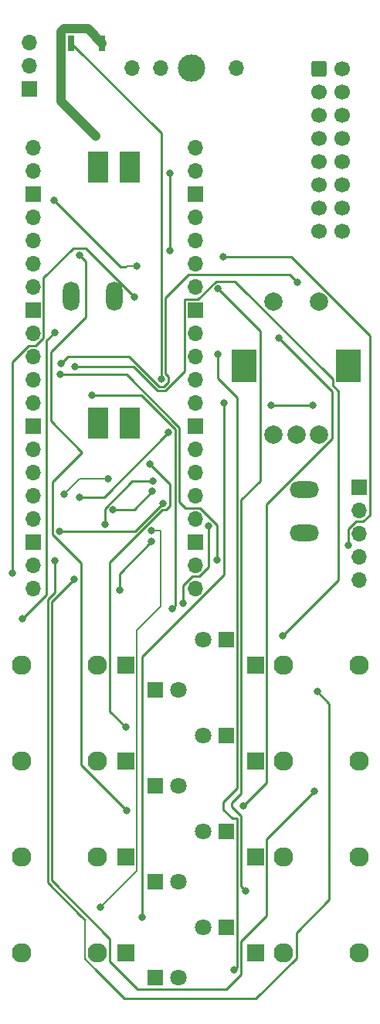
<source format=gbr>
%TF.GenerationSoftware,KiCad,Pcbnew,6.0.2+dfsg-1*%
%TF.CreationDate,2023-09-09T19:36:37+01:00*%
%TF.ProjectId,useq,75736571-2e6b-4696-9361-645f70636258,rev?*%
%TF.SameCoordinates,Original*%
%TF.FileFunction,Copper,L2,Bot*%
%TF.FilePolarity,Positive*%
%FSLAX46Y46*%
G04 Gerber Fmt 4.6, Leading zero omitted, Abs format (unit mm)*
G04 Created by KiCad (PCBNEW 6.0.2+dfsg-1) date 2023-09-09 19:36:37*
%MOMM*%
%LPD*%
G01*
G04 APERTURE LIST*
G04 Aperture macros list*
%AMRoundRect*
0 Rectangle with rounded corners*
0 $1 Rounding radius*
0 $2 $3 $4 $5 $6 $7 $8 $9 X,Y pos of 4 corners*
0 Add a 4 corners polygon primitive as box body*
4,1,4,$2,$3,$4,$5,$6,$7,$8,$9,$2,$3,0*
0 Add four circle primitives for the rounded corners*
1,1,$1+$1,$2,$3*
1,1,$1+$1,$4,$5*
1,1,$1+$1,$6,$7*
1,1,$1+$1,$8,$9*
0 Add four rect primitives between the rounded corners*
20,1,$1+$1,$2,$3,$4,$5,0*
20,1,$1+$1,$4,$5,$6,$7,0*
20,1,$1+$1,$6,$7,$8,$9,0*
20,1,$1+$1,$8,$9,$2,$3,0*%
G04 Aperture macros list end*
%TA.AperFunction,ComponentPad*%
%ADD10O,1.700000X1.700000*%
%TD*%
%TA.AperFunction,ComponentPad*%
%ADD11R,1.700000X1.700000*%
%TD*%
%TA.AperFunction,ComponentPad*%
%ADD12RoundRect,0.250000X-0.600000X-0.600000X0.600000X-0.600000X0.600000X0.600000X-0.600000X0.600000X0*%
%TD*%
%TA.AperFunction,ComponentPad*%
%ADD13C,1.700000*%
%TD*%
%TA.AperFunction,ComponentPad*%
%ADD14O,3.200000X1.800000*%
%TD*%
%TA.AperFunction,ComponentPad*%
%ADD15R,2.200000X3.400000*%
%TD*%
%TA.AperFunction,ComponentPad*%
%ADD16R,1.800000X1.800000*%
%TD*%
%TA.AperFunction,ComponentPad*%
%ADD17C,1.800000*%
%TD*%
%TA.AperFunction,SMDPad,CuDef*%
%ADD18R,0.800000X1.700000*%
%TD*%
%TA.AperFunction,ComponentPad*%
%ADD19R,1.830000X1.930000*%
%TD*%
%TA.AperFunction,ComponentPad*%
%ADD20C,2.130000*%
%TD*%
%TA.AperFunction,ComponentPad*%
%ADD21C,3.000000*%
%TD*%
%TA.AperFunction,ComponentPad*%
%ADD22C,2.000000*%
%TD*%
%TA.AperFunction,ComponentPad*%
%ADD23R,2.800000X3.600000*%
%TD*%
%TA.AperFunction,ComponentPad*%
%ADD24O,1.800000X3.200000*%
%TD*%
%TA.AperFunction,ViaPad*%
%ADD25C,0.800000*%
%TD*%
%TA.AperFunction,Conductor*%
%ADD26C,0.250000*%
%TD*%
%TA.AperFunction,Conductor*%
%ADD27C,1.000000*%
%TD*%
%TA.AperFunction,Conductor*%
%ADD28C,0.200000*%
%TD*%
G04 APERTURE END LIST*
D10*
%TO.P,U1,1,GPIO0*%
%TO.N,Net-(J11-Pad2)*%
X148610000Y-34370000D03*
%TO.P,U1,2,GPIO1*%
%TO.N,Net-(J11-Pad1)*%
X148610000Y-36910000D03*
D11*
%TO.P,U1,3,GND*%
%TO.N,unconnected-(U1-Pad3)*%
X148610000Y-39450000D03*
D10*
%TO.P,U1,4,GPIO2*%
%TO.N,Net-(R10-Pad1)*%
X148610000Y-41990000D03*
%TO.P,U1,5,GPIO3*%
%TO.N,Net-(R9-Pad1)*%
X148610000Y-44530000D03*
%TO.P,U1,6,GPIO4*%
%TO.N,Net-(R8-Pad1)*%
X148610000Y-47070000D03*
%TO.P,U1,7,GPIO5*%
%TO.N,Net-(R7-Pad1)*%
X148610000Y-49610000D03*
D11*
%TO.P,U1,8,GND*%
%TO.N,unconnected-(U1-Pad8)*%
X148610000Y-52150000D03*
D10*
%TO.P,U1,9,GPIO6*%
%TO.N,unconnected-(U1-Pad9)*%
X148610000Y-54690000D03*
%TO.P,U1,10,GPIO7*%
%TO.N,Net-(S1-Pad1)*%
X148610000Y-57230000D03*
%TO.P,U1,11,GPIO8*%
%TO.N,Net-(Q1-Pad3)*%
X148610000Y-59770000D03*
%TO.P,U1,12,GPIO9*%
%TO.N,Net-(Q2-Pad3)*%
X148610000Y-62310000D03*
D11*
%TO.P,U1,13,GND*%
%TO.N,unconnected-(U1-Pad13)*%
X148610000Y-64850000D03*
D10*
%TO.P,U1,14,GPIO10*%
%TO.N,Net-(SW1-Pad2)*%
X148610000Y-67390000D03*
%TO.P,U1,15,GPIO11*%
%TO.N,Net-(SW2-Pad2)*%
X148610000Y-69930000D03*
%TO.P,U1,16,GPIO12*%
%TO.N,Net-(S1-PadB)*%
X148610000Y-72470000D03*
%TO.P,U1,17,GPIO13*%
%TO.N,Net-(S1-PadA)*%
X148610000Y-75010000D03*
D11*
%TO.P,U1,18,GND*%
%TO.N,unconnected-(U1-Pad18)*%
X148610000Y-77550000D03*
D10*
%TO.P,U1,19,GPIO14*%
%TO.N,Net-(SW3-Pad2)*%
X148610000Y-80090000D03*
%TO.P,U1,20,GPIO15*%
%TO.N,Net-(SW4-Pad2)*%
X148610000Y-82630000D03*
%TO.P,U1,21,GPIO16*%
%TO.N,Net-(U1-Pad21)*%
X166390000Y-82630000D03*
%TO.P,U1,22,GPIO17*%
%TO.N,Net-(U1-Pad22)*%
X166390000Y-80090000D03*
D11*
%TO.P,U1,23,GND*%
%TO.N,GND*%
X166390000Y-77550000D03*
D10*
%TO.P,U1,24,GPIO18*%
%TO.N,Net-(U1-Pad24)*%
X166390000Y-75010000D03*
%TO.P,U1,25,GPIO19*%
%TO.N,Net-(U1-Pad25)*%
X166390000Y-72470000D03*
%TO.P,U1,26,GPIO20*%
%TO.N,Net-(U1-Pad26)*%
X166390000Y-69930000D03*
%TO.P,U1,27,GPIO21*%
%TO.N,Net-(U1-Pad27)*%
X166390000Y-67390000D03*
D11*
%TO.P,U1,28,GND*%
%TO.N,unconnected-(U1-Pad28)*%
X166390000Y-64850000D03*
D10*
%TO.P,U1,29,GPIO22*%
%TO.N,Net-(R14-Pad1)*%
X166390000Y-62310000D03*
%TO.P,U1,30,RUN*%
%TO.N,Net-(S2-Pad2)*%
X166390000Y-59770000D03*
%TO.P,U1,31,GPIO26_ADC0*%
%TO.N,Net-(R13-Pad1)*%
X166390000Y-57230000D03*
%TO.P,U1,32,GPIO27_ADC1*%
%TO.N,Net-(R12-Pad1)*%
X166390000Y-54690000D03*
D11*
%TO.P,U1,33,AGND*%
%TO.N,unconnected-(U1-Pad33)*%
X166390000Y-52150000D03*
D10*
%TO.P,U1,34,GPIO28_ADC2*%
%TO.N,Net-(R11-Pad1)*%
X166390000Y-49610000D03*
%TO.P,U1,35,ADC_VREF*%
%TO.N,unconnected-(U1-Pad35)*%
X166390000Y-47070000D03*
%TO.P,U1,36,3V3*%
%TO.N,/3V3*%
X166390000Y-44530000D03*
%TO.P,U1,37,3V3_EN*%
%TO.N,unconnected-(U1-Pad37)*%
X166390000Y-41990000D03*
D11*
%TO.P,U1,38,GND*%
%TO.N,GND*%
X166390000Y-39450000D03*
D10*
%TO.P,U1,39,VSYS*%
%TO.N,/5V*%
X166390000Y-36910000D03*
%TO.P,U1,40,VBUS*%
%TO.N,unconnected-(U1-Pad40)*%
X166390000Y-34370000D03*
%TD*%
D11*
%TO.P,J10,1,Pin_1*%
%TO.N,Net-(D3-Pad1)*%
X148250000Y-27905000D03*
D10*
%TO.P,J10,2,Pin_2*%
%TO.N,Net-(D1-Pad2)*%
X148250000Y-25365000D03*
%TO.P,J10,3,Pin_3*%
%TO.N,Net-(J10-Pad3)*%
X148250000Y-22825000D03*
%TD*%
D12*
%TO.P,H1,1,1*%
%TO.N,unconnected-(H1-Pad1)*%
X179997500Y-25710000D03*
D13*
%TO.P,H1,2,2*%
%TO.N,unconnected-(H1-Pad2)*%
X182537500Y-25710000D03*
%TO.P,H1,3,3*%
%TO.N,GND*%
X179997500Y-28250000D03*
%TO.P,H1,4,4*%
X182537500Y-28250000D03*
%TO.P,H1,5,5*%
X179997500Y-30790000D03*
%TO.P,H1,6,6*%
X182537500Y-30790000D03*
%TO.P,H1,7,7*%
X179997500Y-33330000D03*
%TO.P,H1,8,8*%
X182537500Y-33330000D03*
%TO.P,H1,9,9*%
%TO.N,unconnected-(H1-Pad9)*%
X179997500Y-35870000D03*
%TO.P,H1,10,10*%
%TO.N,unconnected-(H1-Pad10)*%
X182537500Y-35870000D03*
%TO.P,H1,11,11*%
%TO.N,Net-(D5-Pad2)*%
X179997500Y-38410000D03*
%TO.P,H1,12,12*%
X182537500Y-38410000D03*
%TO.P,H1,13,13*%
%TO.N,unconnected-(H1-Pad13)*%
X179997500Y-40950000D03*
%TO.P,H1,14,14*%
%TO.N,unconnected-(H1-Pad14)*%
X182537500Y-40950000D03*
%TO.P,H1,15,15*%
%TO.N,unconnected-(H1-Pad15)*%
X179997500Y-43490000D03*
%TO.P,H1,16,16*%
%TO.N,unconnected-(H1-Pad16)*%
X182537500Y-43490000D03*
%TD*%
D11*
%TO.P,J11,1,Pin_1*%
%TO.N,Net-(J11-Pad1)*%
X184350000Y-71530000D03*
D10*
%TO.P,J11,2,Pin_2*%
%TO.N,Net-(J11-Pad2)*%
X184350000Y-74070000D03*
%TO.P,J11,3,Pin_3*%
%TO.N,/5V*%
X184350000Y-76610000D03*
%TO.P,J11,4,Pin_4*%
%TO.N,/3V3*%
X184350000Y-79150000D03*
%TO.P,J11,5,Pin_5*%
%TO.N,GND*%
X184350000Y-81690000D03*
%TD*%
D14*
%TO.P,SW3,1,A*%
%TO.N,GND*%
X178400000Y-71800000D03*
%TO.P,SW3,2,B*%
%TO.N,Net-(SW3-Pad2)*%
X178400000Y-76500000D03*
%TD*%
D15*
%TO.P,SW2,1,1*%
%TO.N,GND*%
X159250000Y-36500000D03*
%TO.P,SW2,2,2*%
%TO.N,Net-(SW2-Pad2)*%
X155750000Y-36500000D03*
%TD*%
D16*
%TO.P,D12,1,K*%
%TO.N,GND*%
X169775000Y-119750000D03*
D17*
%TO.P,D12,2,A*%
%TO.N,Net-(D12-Pad2)*%
X167235000Y-119750000D03*
%TD*%
D16*
%TO.P,D6,1,K*%
%TO.N,GND*%
X169775000Y-88250000D03*
D17*
%TO.P,D6,2,A*%
%TO.N,Net-(D6-Pad2)*%
X167235000Y-88250000D03*
%TD*%
D18*
%TO.P,S2,1*%
%TO.N,GND*%
X156200000Y-22900000D03*
%TO.P,S2,2*%
%TO.N,Net-(S2-Pad2)*%
X152800000Y-22900000D03*
%TD*%
D15*
%TO.P,SW1,1,1*%
%TO.N,GND*%
X159250000Y-64500000D03*
%TO.P,SW1,2,2*%
%TO.N,Net-(SW1-Pad2)*%
X155750000Y-64500000D03*
%TD*%
D19*
%TO.P,J7,S*%
%TO.N,GND*%
X173000000Y-122500000D03*
D20*
%TO.P,J7,T*%
%TO.N,Net-(C7-Pad2)*%
X184400000Y-122500000D03*
%TO.P,J7,TN*%
%TO.N,unconnected-(J7-PadTN)*%
X176100000Y-122500000D03*
%TD*%
D16*
%TO.P,D13,1,K*%
%TO.N,GND*%
X162000000Y-125250000D03*
D17*
%TO.P,D13,2,A*%
%TO.N,Net-(D13-Pad2)*%
X164540000Y-125250000D03*
%TD*%
D19*
%TO.P,J4,S*%
%TO.N,GND*%
X173000000Y-101500000D03*
D20*
%TO.P,J4,T*%
%TO.N,Net-(C3-Pad2)*%
X184400000Y-101500000D03*
%TO.P,J4,TN*%
%TO.N,unconnected-(J4-PadTN)*%
X176100000Y-101500000D03*
%TD*%
D16*
%TO.P,D7,1,K*%
%TO.N,GND*%
X162000000Y-93750000D03*
D17*
%TO.P,D7,2,A*%
%TO.N,Net-(D7-Pad2)*%
X164540000Y-93750000D03*
%TD*%
D19*
%TO.P,J3,S*%
%TO.N,GND*%
X158780000Y-101500000D03*
D20*
%TO.P,J3,T*%
%TO.N,Net-(C4-Pad2)*%
X147380000Y-101500000D03*
%TO.P,J3,TN*%
%TO.N,unconnected-(J3-PadTN)*%
X155680000Y-101500000D03*
%TD*%
D16*
%TO.P,D9,1,K*%
%TO.N,GND*%
X162000000Y-104250000D03*
D17*
%TO.P,D9,2,A*%
%TO.N,Net-(D9-Pad2)*%
X164540000Y-104250000D03*
%TD*%
D21*
%TO.P,J9,*%
%TO.N,*%
X166000000Y-25675000D03*
D10*
%TO.P,J9,1*%
%TO.N,Net-(J10-Pad3)*%
X159520000Y-25675000D03*
%TO.P,J9,2*%
%TO.N,Net-(D1-Pad2)*%
X162620000Y-25675000D03*
%TO.P,J9,3*%
%TO.N,Net-(D3-Pad1)*%
X170920000Y-25675000D03*
%TD*%
D19*
%TO.P,J1,S*%
%TO.N,GND*%
X173000000Y-91000000D03*
D20*
%TO.P,J1,T*%
%TO.N,Net-(J1-PadT)*%
X184400000Y-91000000D03*
%TO.P,J1,TN*%
%TO.N,unconnected-(J1-PadTN)*%
X176100000Y-91000000D03*
%TD*%
D19*
%TO.P,J8,S*%
%TO.N,GND*%
X158780000Y-122500000D03*
D20*
%TO.P,J8,T*%
%TO.N,Net-(C8-Pad2)*%
X147380000Y-122500000D03*
%TO.P,J8,TN*%
%TO.N,unconnected-(J8-PadTN)*%
X155680000Y-122500000D03*
%TD*%
D19*
%TO.P,J6,S*%
%TO.N,GND*%
X158780000Y-112000000D03*
D20*
%TO.P,J6,T*%
%TO.N,Net-(C6-Pad2)*%
X147380000Y-112000000D03*
%TO.P,J6,TN*%
%TO.N,unconnected-(J6-PadTN)*%
X155680000Y-112000000D03*
%TD*%
D16*
%TO.P,D11,1,K*%
%TO.N,GND*%
X162000000Y-114750000D03*
D17*
%TO.P,D11,2,A*%
%TO.N,Net-(D11-Pad2)*%
X164540000Y-114750000D03*
%TD*%
D16*
%TO.P,D10,1,K*%
%TO.N,GND*%
X169775000Y-109250000D03*
D17*
%TO.P,D10,2,A*%
%TO.N,Net-(D10-Pad2)*%
X167235000Y-109250000D03*
%TD*%
D22*
%TO.P,S1,1*%
%TO.N,Net-(S1-Pad1)*%
X180000000Y-51250000D03*
%TO.P,S1,2*%
%TO.N,GND*%
X175000000Y-51250000D03*
D23*
%TO.P,S1,3*%
%TO.N,unconnected-(S1-Pad3)*%
X171800000Y-58250000D03*
X183200000Y-58250000D03*
D22*
%TO.P,S1,A,CH_A*%
%TO.N,Net-(S1-PadA)*%
X180000000Y-65750000D03*
%TO.P,S1,B,CH_B*%
%TO.N,Net-(S1-PadB)*%
X175000000Y-65750000D03*
%TO.P,S1,C,COM*%
%TO.N,GND*%
X177500000Y-65750000D03*
%TD*%
D19*
%TO.P,J2,S*%
%TO.N,GND*%
X158780000Y-91000000D03*
D20*
%TO.P,J2,T*%
%TO.N,Net-(J2-PadT)*%
X147380000Y-91000000D03*
%TO.P,J2,TN*%
%TO.N,unconnected-(J2-PadTN)*%
X155680000Y-91000000D03*
%TD*%
D16*
%TO.P,D8,1,K*%
%TO.N,GND*%
X169775000Y-98750000D03*
D17*
%TO.P,D8,2,A*%
%TO.N,Net-(D8-Pad2)*%
X167235000Y-98750000D03*
%TD*%
D24*
%TO.P,SW4,1,A*%
%TO.N,GND*%
X152800000Y-50600000D03*
%TO.P,SW4,2,B*%
%TO.N,Net-(SW4-Pad2)*%
X157500000Y-50600000D03*
%TD*%
D19*
%TO.P,J5,S*%
%TO.N,GND*%
X173000000Y-112000000D03*
D20*
%TO.P,J5,T*%
%TO.N,Net-(C5-Pad2)*%
X184400000Y-112000000D03*
%TO.P,J5,TN*%
%TO.N,unconnected-(J5-PadTN)*%
X176100000Y-112000000D03*
%TD*%
D25*
%TO.N,/5V*%
X163600000Y-37200000D03*
X163600000Y-45600000D03*
%TO.N,GND*%
X155500000Y-33100000D03*
%TO.N,Net-(Q1-Pad3)*%
X153200000Y-58300000D03*
X176000000Y-87800000D03*
%TO.N,/D Out 1*%
X153100000Y-81600000D03*
X179500000Y-104800000D03*
%TO.N,Net-(R7-Pad1)*%
X151600000Y-59200000D03*
X168800000Y-79500000D03*
%TO.N,Net-(R8-Pad1)*%
X155100000Y-61500000D03*
X163900000Y-84800000D03*
%TO.N,Net-(R9-Pad1)*%
X153700000Y-46100000D03*
X158900000Y-106900000D03*
%TO.N,Net-(R10-Pad1)*%
X160000000Y-47300000D03*
X158800000Y-97800000D03*
X150900000Y-40100000D03*
X161400000Y-69000000D03*
%TO.N,Net-(R11-Pad1)*%
X171900000Y-115700000D03*
X168900000Y-49800000D03*
%TO.N,Net-(R12-Pad1)*%
X175600000Y-55200000D03*
X171700000Y-106400000D03*
%TO.N,Net-(R13-Pad1)*%
X170700000Y-124400000D03*
X168900000Y-57000000D03*
%TO.N,Net-(R14-Pad1)*%
X160600000Y-118600000D03*
X169600000Y-62300000D03*
%TO.N,/D Out 4*%
X156000000Y-117500000D03*
X161600000Y-76300000D03*
%TO.N,Net-(S1-Pad1)*%
X177600000Y-49100000D03*
X151700000Y-58000000D03*
%TO.N,Net-(S1-PadA)*%
X153700000Y-72600000D03*
X179300000Y-62600000D03*
X163500000Y-65500000D03*
X174700000Y-62600000D03*
%TO.N,Net-(S1-PadB)*%
X156875480Y-70575480D03*
X152000000Y-72300000D03*
%TO.N,Net-(S2-Pad2)*%
X162700000Y-59700000D03*
%TO.N,Net-(SW3-Pad2)*%
X162900000Y-73300000D03*
X151500000Y-76400000D03*
%TO.N,Net-(SW4-Pad2)*%
X146400000Y-80900000D03*
X159700000Y-50700000D03*
%TO.N,Net-(U1-Pad21)*%
X161600000Y-77500000D03*
X158100000Y-82800000D03*
%TO.N,Net-(U1-Pad24)*%
X165100000Y-84200000D03*
X167900000Y-75800000D03*
%TO.N,Net-(U1-Pad26)*%
X157400000Y-74000000D03*
X161700000Y-72000000D03*
%TO.N,Net-(U1-Pad27)*%
X156500000Y-75600000D03*
X161800000Y-70900000D03*
%TO.N,/PWM Out 1*%
X179800000Y-93900000D03*
X151000000Y-79600000D03*
%TO.N,/3V3*%
X183230000Y-77850000D03*
X169510000Y-46340000D03*
%TO.N,Net-(Q2-Pad1)*%
X147500000Y-85900000D03*
X151000000Y-54600000D03*
%TD*%
D26*
%TO.N,/5V*%
X163600000Y-45600000D02*
X163600000Y-37200000D01*
D27*
%TO.N,GND*%
X151700489Y-29300489D02*
X155500000Y-33100000D01*
X152049511Y-21350489D02*
X151700489Y-21699511D01*
X154650489Y-21350489D02*
X152049511Y-21350489D01*
X156200000Y-22900000D02*
X154650489Y-21350489D01*
X151700489Y-21699511D02*
X151700489Y-29300489D01*
D26*
%TO.N,Net-(Q1-Pad3)*%
X166699897Y-50975489D02*
X168675386Y-49000000D01*
X168675386Y-49000000D02*
X170775489Y-49000000D01*
X165215489Y-50975489D02*
X166699897Y-50975489D01*
X163110812Y-60949520D02*
X165215489Y-58844843D01*
X182100000Y-81700000D02*
X176000000Y-87800000D01*
X162289188Y-60949520D02*
X163110812Y-60949520D01*
X181475489Y-60375489D02*
X182100000Y-61000000D01*
X170775489Y-49000000D02*
X181475489Y-59700000D01*
X165215489Y-58844843D02*
X165215489Y-50975489D01*
X153200000Y-58300000D02*
X159639668Y-58300000D01*
X159639668Y-58300000D02*
X162289188Y-60949520D01*
X182100000Y-61000000D02*
X182100000Y-81700000D01*
X181475489Y-59700000D02*
X181475489Y-60375489D01*
%TO.N,/D Out 1*%
X174239511Y-118460489D02*
X171449031Y-121250969D01*
X171449031Y-121250969D02*
X171449031Y-124866449D01*
X171449031Y-124866449D02*
X169840969Y-126474511D01*
X157069511Y-123469511D02*
X157069511Y-120969511D01*
X174239511Y-110060489D02*
X174239511Y-118460489D01*
X157069511Y-120969511D02*
X150671388Y-114571388D01*
X160074511Y-126474511D02*
X157069511Y-123469511D01*
X150671388Y-114571388D02*
X150671388Y-84028612D01*
X179500000Y-104800000D02*
X174239511Y-110060489D01*
X150671388Y-84028612D02*
X153100000Y-81600000D01*
X169840969Y-126474511D02*
X160074511Y-126474511D01*
%TO.N,Net-(R7-Pad1)*%
X164674031Y-73174031D02*
X164674031Y-65013699D01*
X158860332Y-59200000D02*
X151600000Y-59200000D01*
X168800000Y-79500000D02*
X168800000Y-75675386D01*
X165335489Y-73835489D02*
X164674031Y-73174031D01*
X168800000Y-75675386D02*
X166960103Y-73835489D01*
X164674031Y-65013699D02*
X158860332Y-59200000D01*
X166960103Y-73835489D02*
X165335489Y-73835489D01*
%TO.N,Net-(R8-Pad1)*%
X164224511Y-65199897D02*
X160524614Y-61500000D01*
X163900000Y-84800000D02*
X164224511Y-84475489D01*
X164224511Y-84475489D02*
X164224511Y-65199897D01*
X160524614Y-61500000D02*
X155100000Y-61500000D01*
%TO.N,Net-(R9-Pad1)*%
X150775489Y-73024511D02*
X150775489Y-70924511D01*
X150575489Y-56724511D02*
X154400000Y-52900000D01*
X150775489Y-76700103D02*
X150775489Y-73024511D01*
X158900000Y-106900000D02*
X153926495Y-101926495D01*
X150575489Y-64275489D02*
X150575489Y-56724511D01*
X150775489Y-70924511D02*
X154000000Y-67700000D01*
X154000000Y-67700000D02*
X150575489Y-64275489D01*
X153926495Y-79851109D02*
X150775489Y-76700103D01*
X154400000Y-46800000D02*
X153700000Y-46100000D01*
X154400000Y-52900000D02*
X154400000Y-46800000D01*
X153926495Y-101926495D02*
X153926495Y-79851109D01*
%TO.N,Net-(R10-Pad1)*%
X163624511Y-73600103D02*
X163624511Y-71224511D01*
X158200000Y-47400000D02*
X150900000Y-40100000D01*
X157069511Y-79766207D02*
X162811207Y-74024511D01*
X157069511Y-96069511D02*
X157069511Y-79766207D01*
X163624511Y-71224511D02*
X161400000Y-69000000D01*
D28*
X158800000Y-47400000D02*
X158900000Y-47300000D01*
D26*
X163200103Y-74024511D02*
X163624511Y-73600103D01*
X158800000Y-47400000D02*
X158200000Y-47400000D01*
X162811207Y-74024511D02*
X163200103Y-74024511D01*
D28*
X158900000Y-47300000D02*
X160000000Y-47300000D01*
D26*
X158800000Y-97800000D02*
X157069511Y-96069511D01*
%TO.N,Net-(R11-Pad1)*%
X170398062Y-106500000D02*
X170398062Y-106100000D01*
X171449031Y-115249031D02*
X171449031Y-107550969D01*
X171449031Y-105049031D02*
X171449031Y-72900000D01*
X170398062Y-106100000D02*
X171449031Y-105049031D01*
X171900000Y-115700000D02*
X171449031Y-115249031D01*
X173524511Y-70824520D02*
X173524511Y-54424511D01*
X173524511Y-54424511D02*
X168900000Y-49800000D01*
X171449031Y-72900000D02*
X173524511Y-70824520D01*
X171449031Y-107550969D02*
X170398062Y-106500000D01*
%TO.N,Net-(R12-Pad1)*%
X171700000Y-106400000D02*
X174239511Y-103860489D01*
X181400000Y-66223143D02*
X181400000Y-61000000D01*
X174239511Y-103860489D02*
X174239511Y-73383632D01*
X174239511Y-73383632D02*
X181400000Y-66223143D01*
X181400000Y-61000000D02*
X175600000Y-55200000D01*
%TO.N,Net-(R13-Pad1)*%
X170999511Y-124100489D02*
X170999511Y-107799511D01*
X168900000Y-59600000D02*
X168900000Y-57000000D01*
X170499511Y-107799511D02*
X169500000Y-106800000D01*
X169500000Y-105999022D02*
X170999511Y-104499511D01*
X170999511Y-61699511D02*
X168900000Y-59600000D01*
X169500000Y-106800000D02*
X169500000Y-105999022D01*
X170999511Y-104499511D02*
X170999511Y-61699511D01*
X170999511Y-107799511D02*
X170499511Y-107799511D01*
X170700000Y-124400000D02*
X170999511Y-124100489D01*
%TO.N,Net-(R14-Pad1)*%
X160600000Y-90081010D02*
X169600000Y-81081010D01*
X169600000Y-81081010D02*
X169600000Y-62300000D01*
X160600000Y-118600000D02*
X160600000Y-90081010D01*
D28*
%TO.N,/D Out 4*%
X162600000Y-76300000D02*
X161600000Y-76300000D01*
X159994511Y-113505489D02*
X159994511Y-87205489D01*
X162600000Y-84600000D02*
X162600000Y-76300000D01*
X156000000Y-117500000D02*
X159994511Y-113505489D01*
X159994511Y-87205489D02*
X162600000Y-84600000D01*
D26*
%TO.N,Net-(S1-Pad1)*%
X152500000Y-57200000D02*
X151700000Y-58000000D01*
X163424511Y-59399897D02*
X163424511Y-60000103D01*
X176744511Y-48244511D02*
X177600000Y-49100000D01*
X159175386Y-57200000D02*
X152500000Y-57200000D01*
X165689520Y-48244511D02*
X176744511Y-48244511D01*
X163424511Y-60000103D02*
X162924614Y-60500000D01*
X162475386Y-60500000D02*
X159175386Y-57200000D01*
X162924614Y-60500000D02*
X162475386Y-60500000D01*
X163149520Y-59124906D02*
X163424511Y-59399897D01*
X163149520Y-50784511D02*
X165689520Y-48244511D01*
X163149520Y-50784511D02*
X163149520Y-59124906D01*
%TO.N,Net-(S1-PadA)*%
X156400000Y-72600000D02*
X153700000Y-72600000D01*
X179300000Y-62600000D02*
X174700000Y-62600000D01*
X163500000Y-65500000D02*
X156400000Y-72600000D01*
D28*
%TO.N,Net-(S1-PadB)*%
X156875480Y-70575480D02*
X153724520Y-70575480D01*
X153724520Y-70575480D02*
X152000000Y-72300000D01*
D26*
%TO.N,Net-(S2-Pad2)*%
X152800000Y-22900000D02*
X162700000Y-32800000D01*
X162700000Y-32800000D02*
X162700000Y-59700000D01*
%TO.N,Net-(SW3-Pad2)*%
X159800000Y-76400000D02*
X151500000Y-76400000D01*
X162900000Y-73300000D02*
X159800000Y-76400000D01*
%TO.N,Net-(SW4-Pad2)*%
X154375489Y-45375489D02*
X153024511Y-45375489D01*
X153024511Y-45375489D02*
X149784511Y-48615489D01*
X146400000Y-57778990D02*
X146400000Y-80900000D01*
X159700000Y-50700000D02*
X154375489Y-45375489D01*
X148123501Y-56055489D02*
X146400000Y-57778990D01*
X149784511Y-55176499D02*
X148905521Y-56055489D01*
X148905521Y-56055489D02*
X148123501Y-56055489D01*
X149784511Y-48615489D02*
X149784511Y-55176499D01*
%TO.N,Net-(U1-Pad21)*%
X158100000Y-82800000D02*
X158100000Y-81000000D01*
X158100000Y-81000000D02*
X161600000Y-77500000D01*
%TO.N,Net-(U1-Pad24)*%
X165100000Y-82258990D02*
X166058990Y-81300000D01*
X166058990Y-81300000D02*
X166841010Y-81300000D01*
X165100000Y-84200000D02*
X165100000Y-82258990D01*
X167900000Y-80241010D02*
X167900000Y-75800000D01*
X166841010Y-81300000D02*
X167900000Y-80241010D01*
%TO.N,Net-(U1-Pad26)*%
X159700000Y-74000000D02*
X161700000Y-72000000D01*
X157400000Y-74000000D02*
X159700000Y-74000000D01*
%TO.N,Net-(U1-Pad27)*%
X156500000Y-75600000D02*
X156500000Y-73875386D01*
X159475386Y-70900000D02*
X161800000Y-70900000D01*
X156500000Y-73875386D02*
X159475386Y-70900000D01*
%TO.N,/PWM Out 1*%
X179800000Y-93900000D02*
X181108612Y-95208612D01*
X150221868Y-83813850D02*
X151000000Y-83035718D01*
X153926495Y-118526495D02*
X154300000Y-118900000D01*
X153926495Y-118526495D02*
X150221868Y-114821868D01*
X181108612Y-95208612D02*
X181108612Y-116677432D01*
X158600000Y-127500000D02*
X155400000Y-124300000D01*
D28*
X155400000Y-124300000D02*
X154300000Y-123200000D01*
D26*
X154300000Y-123200000D02*
X154300000Y-123085066D01*
X177489511Y-123075555D02*
X173065066Y-127500000D01*
X173065066Y-127500000D02*
X158600000Y-127500000D01*
X150221868Y-114821868D02*
X150221868Y-83813850D01*
X177489511Y-120296533D02*
X177489511Y-123075555D01*
D28*
X154300000Y-123200000D02*
X154300000Y-118900000D01*
D26*
X151000000Y-83035718D02*
X151000000Y-79600000D01*
X181108612Y-116677432D02*
X177489511Y-120296533D01*
%TO.N,/3V3*%
X169510000Y-46340000D02*
X176963143Y-46340000D01*
X183160000Y-77780000D02*
X183230000Y-77850000D01*
X183160000Y-76138990D02*
X183160000Y-77780000D01*
X185524511Y-54901368D02*
X185524511Y-74556499D01*
X185524511Y-74556499D02*
X184836499Y-75244511D01*
X184836499Y-75244511D02*
X184054479Y-75244511D01*
X184054479Y-75244511D02*
X183160000Y-76138990D01*
X176963143Y-46340000D02*
X185524511Y-54901368D01*
%TO.N,Net-(Q2-Pad1)*%
X150125969Y-83274031D02*
X150125969Y-55474031D01*
X150125969Y-55474031D02*
X151000000Y-54600000D01*
X147500000Y-85900000D02*
X150125969Y-83274031D01*
%TD*%
M02*

</source>
